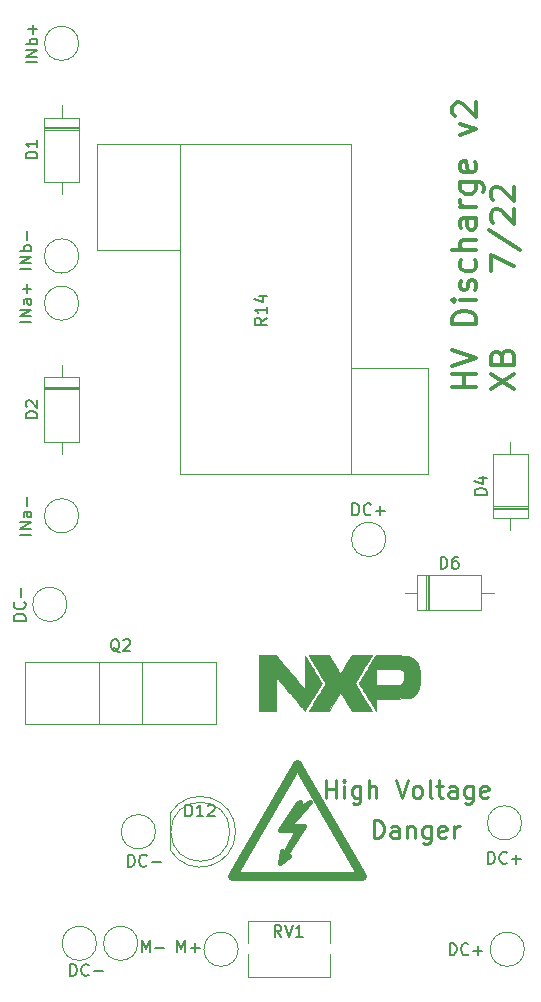
<source format=gbr>
%TF.GenerationSoftware,KiCad,Pcbnew,(6.0.2)*%
%TF.CreationDate,2022-08-02T15:31:11+02:00*%
%TF.ProjectId,hv_discharge_v2c,68765f64-6973-4636-9861-7267655f7632,rev?*%
%TF.SameCoordinates,Original*%
%TF.FileFunction,Legend,Top*%
%TF.FilePolarity,Positive*%
%FSLAX46Y46*%
G04 Gerber Fmt 4.6, Leading zero omitted, Abs format (unit mm)*
G04 Created by KiCad (PCBNEW (6.0.2)) date 2022-08-02 15:31:11*
%MOMM*%
%LPD*%
G01*
G04 APERTURE LIST*
%ADD10C,0.250000*%
%ADD11C,0.350000*%
%ADD12C,0.150000*%
%ADD13C,0.120000*%
%ADD14C,0.010000*%
%ADD15C,0.381000*%
%ADD16C,0.750000*%
%ADD17C,3.200000*%
%ADD18C,2.500000*%
%ADD19C,0.500000*%
%ADD20R,2.200000X2.200000*%
%ADD21O,2.200000X2.200000*%
%ADD22R,1.800000X1.800000*%
%ADD23C,1.800000*%
%ADD24R,2.500000X4.500000*%
%ADD25O,2.500000X4.500000*%
%ADD26C,3.300000*%
%ADD27C,3.600000*%
%ADD28O,3.000000X3.000000*%
%ADD29C,1.440000*%
G04 APERTURE END LIST*
D10*
X131408928Y-172278571D02*
X131408928Y-170778571D01*
X131766071Y-170778571D01*
X131980357Y-170850000D01*
X132123214Y-170992857D01*
X132194642Y-171135714D01*
X132266071Y-171421428D01*
X132266071Y-171635714D01*
X132194642Y-171921428D01*
X132123214Y-172064285D01*
X131980357Y-172207142D01*
X131766071Y-172278571D01*
X131408928Y-172278571D01*
X133551785Y-172278571D02*
X133551785Y-171492857D01*
X133480357Y-171350000D01*
X133337500Y-171278571D01*
X133051785Y-171278571D01*
X132908928Y-171350000D01*
X133551785Y-172207142D02*
X133408928Y-172278571D01*
X133051785Y-172278571D01*
X132908928Y-172207142D01*
X132837500Y-172064285D01*
X132837500Y-171921428D01*
X132908928Y-171778571D01*
X133051785Y-171707142D01*
X133408928Y-171707142D01*
X133551785Y-171635714D01*
X134266071Y-171278571D02*
X134266071Y-172278571D01*
X134266071Y-171421428D02*
X134337500Y-171350000D01*
X134480357Y-171278571D01*
X134694642Y-171278571D01*
X134837500Y-171350000D01*
X134908928Y-171492857D01*
X134908928Y-172278571D01*
X136266071Y-171278571D02*
X136266071Y-172492857D01*
X136194642Y-172635714D01*
X136123214Y-172707142D01*
X135980357Y-172778571D01*
X135766071Y-172778571D01*
X135623214Y-172707142D01*
X136266071Y-172207142D02*
X136123214Y-172278571D01*
X135837500Y-172278571D01*
X135694642Y-172207142D01*
X135623214Y-172135714D01*
X135551785Y-171992857D01*
X135551785Y-171564285D01*
X135623214Y-171421428D01*
X135694642Y-171350000D01*
X135837500Y-171278571D01*
X136123214Y-171278571D01*
X136266071Y-171350000D01*
X137551785Y-172207142D02*
X137408928Y-172278571D01*
X137123214Y-172278571D01*
X136980357Y-172207142D01*
X136908928Y-172064285D01*
X136908928Y-171492857D01*
X136980357Y-171350000D01*
X137123214Y-171278571D01*
X137408928Y-171278571D01*
X137551785Y-171350000D01*
X137623214Y-171492857D01*
X137623214Y-171635714D01*
X136908928Y-171778571D01*
X138266071Y-172278571D02*
X138266071Y-171278571D01*
X138266071Y-171564285D02*
X138337500Y-171421428D01*
X138408928Y-171350000D01*
X138551785Y-171278571D01*
X138694642Y-171278571D01*
X127366071Y-168878571D02*
X127366071Y-167378571D01*
X127366071Y-168092857D02*
X128223214Y-168092857D01*
X128223214Y-168878571D02*
X128223214Y-167378571D01*
X128937500Y-168878571D02*
X128937500Y-167878571D01*
X128937500Y-167378571D02*
X128866071Y-167450000D01*
X128937500Y-167521428D01*
X129008928Y-167450000D01*
X128937500Y-167378571D01*
X128937500Y-167521428D01*
X130294642Y-167878571D02*
X130294642Y-169092857D01*
X130223214Y-169235714D01*
X130151785Y-169307142D01*
X130008928Y-169378571D01*
X129794642Y-169378571D01*
X129651785Y-169307142D01*
X130294642Y-168807142D02*
X130151785Y-168878571D01*
X129866071Y-168878571D01*
X129723214Y-168807142D01*
X129651785Y-168735714D01*
X129580357Y-168592857D01*
X129580357Y-168164285D01*
X129651785Y-168021428D01*
X129723214Y-167950000D01*
X129866071Y-167878571D01*
X130151785Y-167878571D01*
X130294642Y-167950000D01*
X131008928Y-168878571D02*
X131008928Y-167378571D01*
X131651785Y-168878571D02*
X131651785Y-168092857D01*
X131580357Y-167950000D01*
X131437500Y-167878571D01*
X131223214Y-167878571D01*
X131080357Y-167950000D01*
X131008928Y-168021428D01*
X133294642Y-167378571D02*
X133794642Y-168878571D01*
X134294642Y-167378571D01*
X135008928Y-168878571D02*
X134866071Y-168807142D01*
X134794642Y-168735714D01*
X134723214Y-168592857D01*
X134723214Y-168164285D01*
X134794642Y-168021428D01*
X134866071Y-167950000D01*
X135008928Y-167878571D01*
X135223214Y-167878571D01*
X135366071Y-167950000D01*
X135437500Y-168021428D01*
X135508928Y-168164285D01*
X135508928Y-168592857D01*
X135437500Y-168735714D01*
X135366071Y-168807142D01*
X135223214Y-168878571D01*
X135008928Y-168878571D01*
X136366071Y-168878571D02*
X136223214Y-168807142D01*
X136151785Y-168664285D01*
X136151785Y-167378571D01*
X136723214Y-167878571D02*
X137294642Y-167878571D01*
X136937500Y-167378571D02*
X136937500Y-168664285D01*
X137008928Y-168807142D01*
X137151785Y-168878571D01*
X137294642Y-168878571D01*
X138437500Y-168878571D02*
X138437500Y-168092857D01*
X138366071Y-167950000D01*
X138223214Y-167878571D01*
X137937500Y-167878571D01*
X137794642Y-167950000D01*
X138437500Y-168807142D02*
X138294642Y-168878571D01*
X137937500Y-168878571D01*
X137794642Y-168807142D01*
X137723214Y-168664285D01*
X137723214Y-168521428D01*
X137794642Y-168378571D01*
X137937500Y-168307142D01*
X138294642Y-168307142D01*
X138437500Y-168235714D01*
X139794642Y-167878571D02*
X139794642Y-169092857D01*
X139723214Y-169235714D01*
X139651785Y-169307142D01*
X139508928Y-169378571D01*
X139294642Y-169378571D01*
X139151785Y-169307142D01*
X139794642Y-168807142D02*
X139651785Y-168878571D01*
X139366071Y-168878571D01*
X139223214Y-168807142D01*
X139151785Y-168735714D01*
X139080357Y-168592857D01*
X139080357Y-168164285D01*
X139151785Y-168021428D01*
X139223214Y-167950000D01*
X139366071Y-167878571D01*
X139651785Y-167878571D01*
X139794642Y-167950000D01*
X141080357Y-168807142D02*
X140937500Y-168878571D01*
X140651785Y-168878571D01*
X140508928Y-168807142D01*
X140437500Y-168664285D01*
X140437500Y-168092857D01*
X140508928Y-167950000D01*
X140651785Y-167878571D01*
X140937500Y-167878571D01*
X141080357Y-167950000D01*
X141151785Y-168092857D01*
X141151785Y-168235714D01*
X140437500Y-168378571D01*
D11*
X140094761Y-134096309D02*
X138094761Y-134096309D01*
X139047142Y-134096309D02*
X139047142Y-132953452D01*
X140094761Y-132953452D02*
X138094761Y-132953452D01*
X138094761Y-132286785D02*
X140094761Y-131620119D01*
X138094761Y-130953452D01*
X140094761Y-128762976D02*
X138094761Y-128762976D01*
X138094761Y-128286785D01*
X138190000Y-128001071D01*
X138380476Y-127810595D01*
X138570952Y-127715357D01*
X138951904Y-127620119D01*
X139237619Y-127620119D01*
X139618571Y-127715357D01*
X139809047Y-127810595D01*
X139999523Y-128001071D01*
X140094761Y-128286785D01*
X140094761Y-128762976D01*
X140094761Y-126762976D02*
X138761428Y-126762976D01*
X138094761Y-126762976D02*
X138190000Y-126858214D01*
X138285238Y-126762976D01*
X138190000Y-126667738D01*
X138094761Y-126762976D01*
X138285238Y-126762976D01*
X139999523Y-125905833D02*
X140094761Y-125715357D01*
X140094761Y-125334404D01*
X139999523Y-125143928D01*
X139809047Y-125048690D01*
X139713809Y-125048690D01*
X139523333Y-125143928D01*
X139428095Y-125334404D01*
X139428095Y-125620119D01*
X139332857Y-125810595D01*
X139142380Y-125905833D01*
X139047142Y-125905833D01*
X138856666Y-125810595D01*
X138761428Y-125620119D01*
X138761428Y-125334404D01*
X138856666Y-125143928D01*
X139999523Y-123334404D02*
X140094761Y-123524880D01*
X140094761Y-123905833D01*
X139999523Y-124096309D01*
X139904285Y-124191547D01*
X139713809Y-124286785D01*
X139142380Y-124286785D01*
X138951904Y-124191547D01*
X138856666Y-124096309D01*
X138761428Y-123905833D01*
X138761428Y-123524880D01*
X138856666Y-123334404D01*
X140094761Y-122477261D02*
X138094761Y-122477261D01*
X140094761Y-121620119D02*
X139047142Y-121620119D01*
X138856666Y-121715357D01*
X138761428Y-121905833D01*
X138761428Y-122191547D01*
X138856666Y-122382023D01*
X138951904Y-122477261D01*
X140094761Y-119810595D02*
X139047142Y-119810595D01*
X138856666Y-119905833D01*
X138761428Y-120096309D01*
X138761428Y-120477261D01*
X138856666Y-120667738D01*
X139999523Y-119810595D02*
X140094761Y-120001071D01*
X140094761Y-120477261D01*
X139999523Y-120667738D01*
X139809047Y-120762976D01*
X139618571Y-120762976D01*
X139428095Y-120667738D01*
X139332857Y-120477261D01*
X139332857Y-120001071D01*
X139237619Y-119810595D01*
X140094761Y-118858214D02*
X138761428Y-118858214D01*
X139142380Y-118858214D02*
X138951904Y-118762976D01*
X138856666Y-118667738D01*
X138761428Y-118477261D01*
X138761428Y-118286785D01*
X138761428Y-116762976D02*
X140380476Y-116762976D01*
X140570952Y-116858214D01*
X140666190Y-116953452D01*
X140761428Y-117143928D01*
X140761428Y-117429642D01*
X140666190Y-117620119D01*
X139999523Y-116762976D02*
X140094761Y-116953452D01*
X140094761Y-117334404D01*
X139999523Y-117524880D01*
X139904285Y-117620119D01*
X139713809Y-117715357D01*
X139142380Y-117715357D01*
X138951904Y-117620119D01*
X138856666Y-117524880D01*
X138761428Y-117334404D01*
X138761428Y-116953452D01*
X138856666Y-116762976D01*
X139999523Y-115048690D02*
X140094761Y-115239166D01*
X140094761Y-115620119D01*
X139999523Y-115810595D01*
X139809047Y-115905833D01*
X139047142Y-115905833D01*
X138856666Y-115810595D01*
X138761428Y-115620119D01*
X138761428Y-115239166D01*
X138856666Y-115048690D01*
X139047142Y-114953452D01*
X139237619Y-114953452D01*
X139428095Y-115905833D01*
X138761428Y-112762976D02*
X140094761Y-112286785D01*
X138761428Y-111810595D01*
X138285238Y-111143928D02*
X138190000Y-111048690D01*
X138094761Y-110858214D01*
X138094761Y-110382023D01*
X138190000Y-110191547D01*
X138285238Y-110096309D01*
X138475714Y-110001071D01*
X138666190Y-110001071D01*
X138951904Y-110096309D01*
X140094761Y-111239166D01*
X140094761Y-110001071D01*
X141314761Y-134286785D02*
X143314761Y-132953452D01*
X141314761Y-132953452D02*
X143314761Y-134286785D01*
X142267142Y-131524880D02*
X142362380Y-131239166D01*
X142457619Y-131143928D01*
X142648095Y-131048690D01*
X142933809Y-131048690D01*
X143124285Y-131143928D01*
X143219523Y-131239166D01*
X143314761Y-131429642D01*
X143314761Y-132191547D01*
X141314761Y-132191547D01*
X141314761Y-131524880D01*
X141410000Y-131334404D01*
X141505238Y-131239166D01*
X141695714Y-131143928D01*
X141886190Y-131143928D01*
X142076666Y-131239166D01*
X142171904Y-131334404D01*
X142267142Y-131524880D01*
X142267142Y-132191547D01*
X141314761Y-124286785D02*
X141314761Y-122953452D01*
X143314761Y-123810595D01*
X141219523Y-120762976D02*
X143790952Y-122477261D01*
X141505238Y-120191547D02*
X141410000Y-120096309D01*
X141314761Y-119905833D01*
X141314761Y-119429642D01*
X141410000Y-119239166D01*
X141505238Y-119143928D01*
X141695714Y-119048690D01*
X141886190Y-119048690D01*
X142171904Y-119143928D01*
X143314761Y-120286785D01*
X143314761Y-119048690D01*
X141505238Y-118286785D02*
X141410000Y-118191547D01*
X141314761Y-118001071D01*
X141314761Y-117524880D01*
X141410000Y-117334404D01*
X141505238Y-117239166D01*
X141695714Y-117143928D01*
X141886190Y-117143928D01*
X142171904Y-117239166D01*
X143314761Y-118382023D01*
X143314761Y-117143928D01*
D12*
%TO.C,J3*%
X102952380Y-106595238D02*
X101952380Y-106595238D01*
X102952380Y-106119047D02*
X101952380Y-106119047D01*
X102952380Y-105547619D01*
X101952380Y-105547619D01*
X102952380Y-105071428D02*
X101952380Y-105071428D01*
X102333333Y-105071428D02*
X102285714Y-104976190D01*
X102285714Y-104785714D01*
X102333333Y-104690476D01*
X102380952Y-104642857D01*
X102476190Y-104595238D01*
X102761904Y-104595238D01*
X102857142Y-104642857D01*
X102904761Y-104690476D01*
X102952380Y-104785714D01*
X102952380Y-104976190D01*
X102904761Y-105071428D01*
X102571428Y-104166666D02*
X102571428Y-103404761D01*
X102952380Y-103785714D02*
X102190476Y-103785714D01*
%TO.C,J6*%
X101952380Y-153880952D02*
X100952380Y-153880952D01*
X100952380Y-153642857D01*
X101000000Y-153500000D01*
X101095238Y-153404761D01*
X101190476Y-153357142D01*
X101380952Y-153309523D01*
X101523809Y-153309523D01*
X101714285Y-153357142D01*
X101809523Y-153404761D01*
X101904761Y-153500000D01*
X101952380Y-153642857D01*
X101952380Y-153880952D01*
X101857142Y-152309523D02*
X101904761Y-152357142D01*
X101952380Y-152500000D01*
X101952380Y-152595238D01*
X101904761Y-152738095D01*
X101809523Y-152833333D01*
X101714285Y-152880952D01*
X101523809Y-152928571D01*
X101380952Y-152928571D01*
X101190476Y-152880952D01*
X101095238Y-152833333D01*
X101000000Y-152738095D01*
X100952380Y-152595238D01*
X100952380Y-152500000D01*
X101000000Y-152357142D01*
X101047619Y-152309523D01*
X101571428Y-151880952D02*
X101571428Y-151119047D01*
%TO.C,D4*%
X140982380Y-143238095D02*
X139982380Y-143238095D01*
X139982380Y-143000000D01*
X140030000Y-142857142D01*
X140125238Y-142761904D01*
X140220476Y-142714285D01*
X140410952Y-142666666D01*
X140553809Y-142666666D01*
X140744285Y-142714285D01*
X140839523Y-142761904D01*
X140934761Y-142857142D01*
X140982380Y-143000000D01*
X140982380Y-143238095D01*
X140315714Y-141809523D02*
X140982380Y-141809523D01*
X139934761Y-142047619D02*
X140649047Y-142285714D01*
X140649047Y-141666666D01*
%TO.C,J1*%
X102452380Y-124095238D02*
X101452380Y-124095238D01*
X102452380Y-123619047D02*
X101452380Y-123619047D01*
X102452380Y-123047619D01*
X101452380Y-123047619D01*
X102452380Y-122571428D02*
X101452380Y-122571428D01*
X101833333Y-122571428D02*
X101785714Y-122476190D01*
X101785714Y-122285714D01*
X101833333Y-122190476D01*
X101880952Y-122142857D01*
X101976190Y-122095238D01*
X102261904Y-122095238D01*
X102357142Y-122142857D01*
X102404761Y-122190476D01*
X102452380Y-122285714D01*
X102452380Y-122476190D01*
X102404761Y-122571428D01*
X102071428Y-121666666D02*
X102071428Y-120904761D01*
%TO.C,D2*%
X102952380Y-136738095D02*
X101952380Y-136738095D01*
X101952380Y-136500000D01*
X102000000Y-136357142D01*
X102095238Y-136261904D01*
X102190476Y-136214285D01*
X102380952Y-136166666D01*
X102523809Y-136166666D01*
X102714285Y-136214285D01*
X102809523Y-136261904D01*
X102904761Y-136357142D01*
X102952380Y-136500000D01*
X102952380Y-136738095D01*
X102047619Y-135785714D02*
X102000000Y-135738095D01*
X101952380Y-135642857D01*
X101952380Y-135404761D01*
X102000000Y-135309523D01*
X102047619Y-135261904D01*
X102142857Y-135214285D01*
X102238095Y-135214285D01*
X102380952Y-135261904D01*
X102952380Y-135833333D01*
X102952380Y-135214285D01*
%TO.C,D12*%
X115485714Y-170452380D02*
X115485714Y-169452380D01*
X115723809Y-169452380D01*
X115866666Y-169500000D01*
X115961904Y-169595238D01*
X116009523Y-169690476D01*
X116057142Y-169880952D01*
X116057142Y-170023809D01*
X116009523Y-170214285D01*
X115961904Y-170309523D01*
X115866666Y-170404761D01*
X115723809Y-170452380D01*
X115485714Y-170452380D01*
X117009523Y-170452380D02*
X116438095Y-170452380D01*
X116723809Y-170452380D02*
X116723809Y-169452380D01*
X116628571Y-169595238D01*
X116533333Y-169690476D01*
X116438095Y-169738095D01*
X117390476Y-169547619D02*
X117438095Y-169500000D01*
X117533333Y-169452380D01*
X117771428Y-169452380D01*
X117866666Y-169500000D01*
X117914285Y-169547619D01*
X117961904Y-169642857D01*
X117961904Y-169738095D01*
X117914285Y-169880952D01*
X117342857Y-170452380D01*
X117961904Y-170452380D01*
%TO.C,J12*%
X137869047Y-182202380D02*
X137869047Y-181202380D01*
X138107142Y-181202380D01*
X138250000Y-181250000D01*
X138345238Y-181345238D01*
X138392857Y-181440476D01*
X138440476Y-181630952D01*
X138440476Y-181773809D01*
X138392857Y-181964285D01*
X138345238Y-182059523D01*
X138250000Y-182154761D01*
X138107142Y-182202380D01*
X137869047Y-182202380D01*
X139440476Y-182107142D02*
X139392857Y-182154761D01*
X139250000Y-182202380D01*
X139154761Y-182202380D01*
X139011904Y-182154761D01*
X138916666Y-182059523D01*
X138869047Y-181964285D01*
X138821428Y-181773809D01*
X138821428Y-181630952D01*
X138869047Y-181440476D01*
X138916666Y-181345238D01*
X139011904Y-181250000D01*
X139154761Y-181202380D01*
X139250000Y-181202380D01*
X139392857Y-181250000D01*
X139440476Y-181297619D01*
X139869047Y-181821428D02*
X140630952Y-181821428D01*
X140250000Y-182202380D02*
X140250000Y-181440476D01*
%TO.C,Q2*%
X109904761Y-156547619D02*
X109809523Y-156500000D01*
X109714285Y-156404761D01*
X109571428Y-156261904D01*
X109476190Y-156214285D01*
X109380952Y-156214285D01*
X109428571Y-156452380D02*
X109333333Y-156404761D01*
X109238095Y-156309523D01*
X109190476Y-156119047D01*
X109190476Y-155785714D01*
X109238095Y-155595238D01*
X109333333Y-155500000D01*
X109428571Y-155452380D01*
X109619047Y-155452380D01*
X109714285Y-155500000D01*
X109809523Y-155595238D01*
X109857142Y-155785714D01*
X109857142Y-156119047D01*
X109809523Y-156309523D01*
X109714285Y-156404761D01*
X109619047Y-156452380D01*
X109428571Y-156452380D01*
X110238095Y-155547619D02*
X110285714Y-155500000D01*
X110380952Y-155452380D01*
X110619047Y-155452380D01*
X110714285Y-155500000D01*
X110761904Y-155547619D01*
X110809523Y-155642857D01*
X110809523Y-155738095D01*
X110761904Y-155880952D01*
X110190476Y-156452380D01*
X110809523Y-156452380D01*
%TO.C,R14*%
X122352380Y-128242857D02*
X121876190Y-128576190D01*
X122352380Y-128814285D02*
X121352380Y-128814285D01*
X121352380Y-128433333D01*
X121400000Y-128338095D01*
X121447619Y-128290476D01*
X121542857Y-128242857D01*
X121685714Y-128242857D01*
X121780952Y-128290476D01*
X121828571Y-128338095D01*
X121876190Y-128433333D01*
X121876190Y-128814285D01*
X122352380Y-127290476D02*
X122352380Y-127861904D01*
X122352380Y-127576190D02*
X121352380Y-127576190D01*
X121495238Y-127671428D01*
X121590476Y-127766666D01*
X121638095Y-127861904D01*
X121685714Y-126433333D02*
X122352380Y-126433333D01*
X121304761Y-126671428D02*
X122019047Y-126909523D01*
X122019047Y-126290476D01*
%TO.C,J2*%
X102452380Y-128595238D02*
X101452380Y-128595238D01*
X102452380Y-128119047D02*
X101452380Y-128119047D01*
X102452380Y-127547619D01*
X101452380Y-127547619D01*
X102452380Y-126642857D02*
X101928571Y-126642857D01*
X101833333Y-126690476D01*
X101785714Y-126785714D01*
X101785714Y-126976190D01*
X101833333Y-127071428D01*
X102404761Y-126642857D02*
X102452380Y-126738095D01*
X102452380Y-126976190D01*
X102404761Y-127071428D01*
X102309523Y-127119047D01*
X102214285Y-127119047D01*
X102119047Y-127071428D01*
X102071428Y-126976190D01*
X102071428Y-126738095D01*
X102023809Y-126642857D01*
X102071428Y-126166666D02*
X102071428Y-125404761D01*
X102452380Y-125785714D02*
X101690476Y-125785714D01*
%TO.C,J5*%
X129619047Y-144952380D02*
X129619047Y-143952380D01*
X129857142Y-143952380D01*
X130000000Y-144000000D01*
X130095238Y-144095238D01*
X130142857Y-144190476D01*
X130190476Y-144380952D01*
X130190476Y-144523809D01*
X130142857Y-144714285D01*
X130095238Y-144809523D01*
X130000000Y-144904761D01*
X129857142Y-144952380D01*
X129619047Y-144952380D01*
X131190476Y-144857142D02*
X131142857Y-144904761D01*
X131000000Y-144952380D01*
X130904761Y-144952380D01*
X130761904Y-144904761D01*
X130666666Y-144809523D01*
X130619047Y-144714285D01*
X130571428Y-144523809D01*
X130571428Y-144380952D01*
X130619047Y-144190476D01*
X130666666Y-144095238D01*
X130761904Y-144000000D01*
X130904761Y-143952380D01*
X131000000Y-143952380D01*
X131142857Y-144000000D01*
X131190476Y-144047619D01*
X131619047Y-144571428D02*
X132380952Y-144571428D01*
X132000000Y-144952380D02*
X132000000Y-144190476D01*
%TO.C,J11*%
X105719047Y-183952380D02*
X105719047Y-182952380D01*
X105957142Y-182952380D01*
X106100000Y-183000000D01*
X106195238Y-183095238D01*
X106242857Y-183190476D01*
X106290476Y-183380952D01*
X106290476Y-183523809D01*
X106242857Y-183714285D01*
X106195238Y-183809523D01*
X106100000Y-183904761D01*
X105957142Y-183952380D01*
X105719047Y-183952380D01*
X107290476Y-183857142D02*
X107242857Y-183904761D01*
X107100000Y-183952380D01*
X107004761Y-183952380D01*
X106861904Y-183904761D01*
X106766666Y-183809523D01*
X106719047Y-183714285D01*
X106671428Y-183523809D01*
X106671428Y-183380952D01*
X106719047Y-183190476D01*
X106766666Y-183095238D01*
X106861904Y-183000000D01*
X107004761Y-182952380D01*
X107100000Y-182952380D01*
X107242857Y-183000000D01*
X107290476Y-183047619D01*
X107719047Y-183571428D02*
X108480952Y-183571428D01*
%TO.C,D6*%
X137091904Y-149482380D02*
X137091904Y-148482380D01*
X137330000Y-148482380D01*
X137472857Y-148530000D01*
X137568095Y-148625238D01*
X137615714Y-148720476D01*
X137663333Y-148910952D01*
X137663333Y-149053809D01*
X137615714Y-149244285D01*
X137568095Y-149339523D01*
X137472857Y-149434761D01*
X137330000Y-149482380D01*
X137091904Y-149482380D01*
X138520476Y-148482380D02*
X138330000Y-148482380D01*
X138234761Y-148530000D01*
X138187142Y-148577619D01*
X138091904Y-148720476D01*
X138044285Y-148910952D01*
X138044285Y-149291904D01*
X138091904Y-149387142D01*
X138139523Y-149434761D01*
X138234761Y-149482380D01*
X138425238Y-149482380D01*
X138520476Y-149434761D01*
X138568095Y-149387142D01*
X138615714Y-149291904D01*
X138615714Y-149053809D01*
X138568095Y-148958571D01*
X138520476Y-148910952D01*
X138425238Y-148863333D01*
X138234761Y-148863333D01*
X138139523Y-148910952D01*
X138091904Y-148958571D01*
X138044285Y-149053809D01*
%TO.C,J7*%
X111797619Y-181952380D02*
X111797619Y-180952380D01*
X112130952Y-181666666D01*
X112464285Y-180952380D01*
X112464285Y-181952380D01*
X112940476Y-181571428D02*
X113702380Y-181571428D01*
%TO.C,D1*%
X102952380Y-114738095D02*
X101952380Y-114738095D01*
X101952380Y-114500000D01*
X102000000Y-114357142D01*
X102095238Y-114261904D01*
X102190476Y-114214285D01*
X102380952Y-114166666D01*
X102523809Y-114166666D01*
X102714285Y-114214285D01*
X102809523Y-114261904D01*
X102904761Y-114357142D01*
X102952380Y-114500000D01*
X102952380Y-114738095D01*
X102952380Y-113214285D02*
X102952380Y-113785714D01*
X102952380Y-113500000D02*
X101952380Y-113500000D01*
X102095238Y-113595238D01*
X102190476Y-113690476D01*
X102238095Y-113785714D01*
%TO.C,J4*%
X102452380Y-146595238D02*
X101452380Y-146595238D01*
X102452380Y-146119047D02*
X101452380Y-146119047D01*
X102452380Y-145547619D01*
X101452380Y-145547619D01*
X102452380Y-144642857D02*
X101928571Y-144642857D01*
X101833333Y-144690476D01*
X101785714Y-144785714D01*
X101785714Y-144976190D01*
X101833333Y-145071428D01*
X102404761Y-144642857D02*
X102452380Y-144738095D01*
X102452380Y-144976190D01*
X102404761Y-145071428D01*
X102309523Y-145119047D01*
X102214285Y-145119047D01*
X102119047Y-145071428D01*
X102071428Y-144976190D01*
X102071428Y-144738095D01*
X102023809Y-144642857D01*
X102071428Y-144166666D02*
X102071428Y-143404761D01*
%TO.C,J8*%
X114797619Y-181952380D02*
X114797619Y-180952380D01*
X115130952Y-181666666D01*
X115464285Y-180952380D01*
X115464285Y-181952380D01*
X115940476Y-181571428D02*
X116702380Y-181571428D01*
X116321428Y-181952380D02*
X116321428Y-181190476D01*
%TO.C,RV1*%
X123604761Y-180652380D02*
X123271428Y-180176190D01*
X123033333Y-180652380D02*
X123033333Y-179652380D01*
X123414285Y-179652380D01*
X123509523Y-179700000D01*
X123557142Y-179747619D01*
X123604761Y-179842857D01*
X123604761Y-179985714D01*
X123557142Y-180080952D01*
X123509523Y-180128571D01*
X123414285Y-180176190D01*
X123033333Y-180176190D01*
X123890476Y-179652380D02*
X124223809Y-180652380D01*
X124557142Y-179652380D01*
X125414285Y-180652380D02*
X124842857Y-180652380D01*
X125128571Y-180652380D02*
X125128571Y-179652380D01*
X125033333Y-179795238D01*
X124938095Y-179890476D01*
X124842857Y-179938095D01*
%TO.C,J9*%
X141119047Y-174452380D02*
X141119047Y-173452380D01*
X141357142Y-173452380D01*
X141500000Y-173500000D01*
X141595238Y-173595238D01*
X141642857Y-173690476D01*
X141690476Y-173880952D01*
X141690476Y-174023809D01*
X141642857Y-174214285D01*
X141595238Y-174309523D01*
X141500000Y-174404761D01*
X141357142Y-174452380D01*
X141119047Y-174452380D01*
X142690476Y-174357142D02*
X142642857Y-174404761D01*
X142500000Y-174452380D01*
X142404761Y-174452380D01*
X142261904Y-174404761D01*
X142166666Y-174309523D01*
X142119047Y-174214285D01*
X142071428Y-174023809D01*
X142071428Y-173880952D01*
X142119047Y-173690476D01*
X142166666Y-173595238D01*
X142261904Y-173500000D01*
X142404761Y-173452380D01*
X142500000Y-173452380D01*
X142642857Y-173500000D01*
X142690476Y-173547619D01*
X143119047Y-174071428D02*
X143880952Y-174071428D01*
X143500000Y-174452380D02*
X143500000Y-173690476D01*
%TO.C,J10*%
X110619047Y-174702380D02*
X110619047Y-173702380D01*
X110857142Y-173702380D01*
X111000000Y-173750000D01*
X111095238Y-173845238D01*
X111142857Y-173940476D01*
X111190476Y-174130952D01*
X111190476Y-174273809D01*
X111142857Y-174464285D01*
X111095238Y-174559523D01*
X111000000Y-174654761D01*
X110857142Y-174702380D01*
X110619047Y-174702380D01*
X112190476Y-174607142D02*
X112142857Y-174654761D01*
X112000000Y-174702380D01*
X111904761Y-174702380D01*
X111761904Y-174654761D01*
X111666666Y-174559523D01*
X111619047Y-174464285D01*
X111571428Y-174273809D01*
X111571428Y-174130952D01*
X111619047Y-173940476D01*
X111666666Y-173845238D01*
X111761904Y-173750000D01*
X111904761Y-173702380D01*
X112000000Y-173702380D01*
X112142857Y-173750000D01*
X112190476Y-173797619D01*
X112619047Y-174321428D02*
X113380952Y-174321428D01*
D13*
%TO.C,J3*%
X106450000Y-105000000D02*
G75*
G03*
X106450000Y-105000000I-1450000J0D01*
G01*
%TO.C,J6*%
X105450000Y-152500000D02*
G75*
G03*
X105450000Y-152500000I-1450000J0D01*
G01*
D14*
%TO.C,G\u002A\u002A\u002A*%
X122455423Y-156817125D02*
X123173462Y-156817942D01*
X123173462Y-156817942D02*
X123400693Y-157085779D01*
X123400693Y-157085779D02*
X123478051Y-157176861D01*
X123478051Y-157176861D02*
X123578560Y-157295040D01*
X123578560Y-157295040D02*
X123699989Y-157437699D01*
X123699989Y-157437699D02*
X123840109Y-157602223D01*
X123840109Y-157602223D02*
X123996690Y-157785996D01*
X123996690Y-157785996D02*
X124167503Y-157986401D01*
X124167503Y-157986401D02*
X124350317Y-158200823D01*
X124350317Y-158200823D02*
X124542904Y-158426644D01*
X124542904Y-158426644D02*
X124743032Y-158661250D01*
X124743032Y-158661250D02*
X124948473Y-158902024D01*
X124948473Y-158902024D02*
X125135416Y-159121066D01*
X125135416Y-159121066D02*
X125576693Y-159638056D01*
X125576693Y-159638056D02*
X125596231Y-156829344D01*
X125596231Y-156829344D02*
X125744656Y-157071941D01*
X125744656Y-157071941D02*
X125797298Y-157158072D01*
X125797298Y-157158072D02*
X125865350Y-157269554D01*
X125865350Y-157269554D02*
X125943915Y-157398353D01*
X125943915Y-157398353D02*
X126028093Y-157536436D01*
X126028093Y-157536436D02*
X126112983Y-157675770D01*
X126112983Y-157675770D02*
X126166663Y-157763923D01*
X126166663Y-157763923D02*
X126259597Y-157916575D01*
X126259597Y-157916575D02*
X126365381Y-158090336D01*
X126365381Y-158090336D02*
X126476547Y-158272937D01*
X126476547Y-158272937D02*
X126585626Y-158452111D01*
X126585626Y-158452111D02*
X126685149Y-158615588D01*
X126685149Y-158615588D02*
X126718294Y-158670031D01*
X126718294Y-158670031D02*
X126791837Y-158791175D01*
X126791837Y-158791175D02*
X126858812Y-158902151D01*
X126858812Y-158902151D02*
X126916477Y-158998365D01*
X126916477Y-158998365D02*
X126962094Y-159075225D01*
X126962094Y-159075225D02*
X126992920Y-159128136D01*
X126992920Y-159128136D02*
X127006215Y-159152504D01*
X127006215Y-159152504D02*
X127006353Y-159152845D01*
X127006353Y-159152845D02*
X127000317Y-159178366D01*
X127000317Y-159178366D02*
X126976720Y-159229769D01*
X126976720Y-159229769D02*
X126939127Y-159300063D01*
X126939127Y-159300063D02*
X126891104Y-159382255D01*
X126891104Y-159382255D02*
X126880562Y-159399506D01*
X126880562Y-159399506D02*
X126839666Y-159466149D01*
X126839666Y-159466149D02*
X126781637Y-159561026D01*
X126781637Y-159561026D02*
X126709626Y-159678972D01*
X126709626Y-159678972D02*
X126626782Y-159814818D01*
X126626782Y-159814818D02*
X126536257Y-159963400D01*
X126536257Y-159963400D02*
X126441200Y-160119550D01*
X126441200Y-160119550D02*
X126344761Y-160278102D01*
X126344761Y-160278102D02*
X126329064Y-160303923D01*
X126329064Y-160303923D02*
X126232907Y-160462068D01*
X126232907Y-160462068D02*
X126137807Y-160618400D01*
X126137807Y-160618400D02*
X126046879Y-160767802D01*
X126046879Y-160767802D02*
X125963242Y-160905156D01*
X125963242Y-160905156D02*
X125890011Y-161025342D01*
X125890011Y-161025342D02*
X125830303Y-161123244D01*
X125830303Y-161123244D02*
X125787234Y-161193744D01*
X125787234Y-161193744D02*
X125781757Y-161202692D01*
X125781757Y-161202692D02*
X125729787Y-161288087D01*
X125729787Y-161288087D02*
X125683565Y-161365008D01*
X125683565Y-161365008D02*
X125647888Y-161425405D01*
X125647888Y-161425405D02*
X125627556Y-161461228D01*
X125627556Y-161461228D02*
X125626750Y-161462764D01*
X125626750Y-161462764D02*
X125604048Y-161494303D01*
X125604048Y-161494303D02*
X125587397Y-161501841D01*
X125587397Y-161501841D02*
X125571533Y-161486082D01*
X125571533Y-161486082D02*
X125533273Y-161443828D01*
X125533273Y-161443828D02*
X125475498Y-161378385D01*
X125475498Y-161378385D02*
X125401092Y-161293060D01*
X125401092Y-161293060D02*
X125312934Y-161191158D01*
X125312934Y-161191158D02*
X125213906Y-161075985D01*
X125213906Y-161075985D02*
X125106891Y-160950848D01*
X125106891Y-160950848D02*
X125095374Y-160937342D01*
X125095374Y-160937342D02*
X124835023Y-160631981D01*
X124835023Y-160631981D02*
X124598856Y-160355057D01*
X124598856Y-160355057D02*
X124385735Y-160105247D01*
X124385735Y-160105247D02*
X124194520Y-159881228D01*
X124194520Y-159881228D02*
X124024073Y-159681675D01*
X124024073Y-159681675D02*
X123873255Y-159505265D01*
X123873255Y-159505265D02*
X123740926Y-159350674D01*
X123740926Y-159350674D02*
X123625947Y-159216579D01*
X123625947Y-159216579D02*
X123527181Y-159101656D01*
X123527181Y-159101656D02*
X123443488Y-159004581D01*
X123443488Y-159004581D02*
X123373729Y-158924030D01*
X123373729Y-158924030D02*
X123316765Y-158858680D01*
X123316765Y-158858680D02*
X123271457Y-158807207D01*
X123271457Y-158807207D02*
X123236667Y-158768287D01*
X123236667Y-158768287D02*
X123211255Y-158740597D01*
X123211255Y-158740597D02*
X123194083Y-158722813D01*
X123194083Y-158722813D02*
X123184011Y-158713610D01*
X123184011Y-158713610D02*
X123180313Y-158711538D01*
X123180313Y-158711538D02*
X123177580Y-158730561D01*
X123177580Y-158730561D02*
X123174986Y-158785567D01*
X123174986Y-158785567D02*
X123172570Y-158873463D01*
X123172570Y-158873463D02*
X123170367Y-158991155D01*
X123170367Y-158991155D02*
X123168415Y-159135550D01*
X123168415Y-159135550D02*
X123166750Y-159303554D01*
X123166750Y-159303554D02*
X123165409Y-159492073D01*
X123165409Y-159492073D02*
X123164429Y-159698015D01*
X123164429Y-159698015D02*
X123163847Y-159918285D01*
X123163847Y-159918285D02*
X123163693Y-160108538D01*
X123163693Y-160108538D02*
X123163693Y-161505538D01*
X123163693Y-161505538D02*
X121737385Y-161505538D01*
X121737385Y-161505538D02*
X121737385Y-156816308D01*
X121737385Y-156816308D02*
X122455423Y-156817125D01*
X122455423Y-156817125D02*
X122455423Y-156817125D01*
G36*
X122455423Y-156817125D02*
G01*
X123173462Y-156817942D01*
X123400693Y-157085779D01*
X123478051Y-157176861D01*
X123578560Y-157295040D01*
X123699989Y-157437699D01*
X123840109Y-157602223D01*
X123996690Y-157785996D01*
X124167503Y-157986401D01*
X124350317Y-158200823D01*
X124542904Y-158426644D01*
X124743032Y-158661250D01*
X124948473Y-158902024D01*
X125135416Y-159121066D01*
X125576693Y-159638056D01*
X125596231Y-156829344D01*
X125744656Y-157071941D01*
X125797298Y-157158072D01*
X125865350Y-157269554D01*
X125943915Y-157398353D01*
X126028093Y-157536436D01*
X126112983Y-157675770D01*
X126166663Y-157763923D01*
X126259597Y-157916575D01*
X126365381Y-158090336D01*
X126476547Y-158272937D01*
X126585626Y-158452111D01*
X126685149Y-158615588D01*
X126718294Y-158670031D01*
X126791837Y-158791175D01*
X126858812Y-158902151D01*
X126916477Y-158998365D01*
X126962094Y-159075225D01*
X126992920Y-159128136D01*
X127006215Y-159152504D01*
X127006353Y-159152845D01*
X127000317Y-159178366D01*
X126976720Y-159229769D01*
X126939127Y-159300063D01*
X126891104Y-159382255D01*
X126880562Y-159399506D01*
X126839666Y-159466149D01*
X126781637Y-159561026D01*
X126709626Y-159678972D01*
X126626782Y-159814818D01*
X126536257Y-159963400D01*
X126441200Y-160119550D01*
X126344761Y-160278102D01*
X126329064Y-160303923D01*
X126232907Y-160462068D01*
X126137807Y-160618400D01*
X126046879Y-160767802D01*
X125963242Y-160905156D01*
X125890011Y-161025342D01*
X125830303Y-161123244D01*
X125787234Y-161193744D01*
X125781757Y-161202692D01*
X125729787Y-161288087D01*
X125683565Y-161365008D01*
X125647888Y-161425405D01*
X125627556Y-161461228D01*
X125626750Y-161462764D01*
X125604048Y-161494303D01*
X125587397Y-161501841D01*
X125571533Y-161486082D01*
X125533273Y-161443828D01*
X125475498Y-161378385D01*
X125401092Y-161293060D01*
X125312934Y-161191158D01*
X125213906Y-161075985D01*
X125106891Y-160950848D01*
X125095374Y-160937342D01*
X124835023Y-160631981D01*
X124598856Y-160355057D01*
X124385735Y-160105247D01*
X124194520Y-159881228D01*
X124024073Y-159681675D01*
X123873255Y-159505265D01*
X123740926Y-159350674D01*
X123625947Y-159216579D01*
X123527181Y-159101656D01*
X123443488Y-159004581D01*
X123373729Y-158924030D01*
X123316765Y-158858680D01*
X123271457Y-158807207D01*
X123236667Y-158768287D01*
X123211255Y-158740597D01*
X123194083Y-158722813D01*
X123184011Y-158713610D01*
X123180313Y-158711538D01*
X123177580Y-158730561D01*
X123174986Y-158785567D01*
X123172570Y-158873463D01*
X123170367Y-158991155D01*
X123168415Y-159135550D01*
X123166750Y-159303554D01*
X123165409Y-159492073D01*
X123164429Y-159698015D01*
X123163847Y-159918285D01*
X123163693Y-160108538D01*
X123163693Y-161505538D01*
X121737385Y-161505538D01*
X121737385Y-156816308D01*
X122455423Y-156817125D01*
G37*
X122455423Y-156817125D02*
X123173462Y-156817942D01*
X123400693Y-157085779D01*
X123478051Y-157176861D01*
X123578560Y-157295040D01*
X123699989Y-157437699D01*
X123840109Y-157602223D01*
X123996690Y-157785996D01*
X124167503Y-157986401D01*
X124350317Y-158200823D01*
X124542904Y-158426644D01*
X124743032Y-158661250D01*
X124948473Y-158902024D01*
X125135416Y-159121066D01*
X125576693Y-159638056D01*
X125596231Y-156829344D01*
X125744656Y-157071941D01*
X125797298Y-157158072D01*
X125865350Y-157269554D01*
X125943915Y-157398353D01*
X126028093Y-157536436D01*
X126112983Y-157675770D01*
X126166663Y-157763923D01*
X126259597Y-157916575D01*
X126365381Y-158090336D01*
X126476547Y-158272937D01*
X126585626Y-158452111D01*
X126685149Y-158615588D01*
X126718294Y-158670031D01*
X126791837Y-158791175D01*
X126858812Y-158902151D01*
X126916477Y-158998365D01*
X126962094Y-159075225D01*
X126992920Y-159128136D01*
X127006215Y-159152504D01*
X127006353Y-159152845D01*
X127000317Y-159178366D01*
X126976720Y-159229769D01*
X126939127Y-159300063D01*
X126891104Y-159382255D01*
X126880562Y-159399506D01*
X126839666Y-159466149D01*
X126781637Y-159561026D01*
X126709626Y-159678972D01*
X126626782Y-159814818D01*
X126536257Y-159963400D01*
X126441200Y-160119550D01*
X126344761Y-160278102D01*
X126329064Y-160303923D01*
X126232907Y-160462068D01*
X126137807Y-160618400D01*
X126046879Y-160767802D01*
X125963242Y-160905156D01*
X125890011Y-161025342D01*
X125830303Y-161123244D01*
X125787234Y-161193744D01*
X125781757Y-161202692D01*
X125729787Y-161288087D01*
X125683565Y-161365008D01*
X125647888Y-161425405D01*
X125627556Y-161461228D01*
X125626750Y-161462764D01*
X125604048Y-161494303D01*
X125587397Y-161501841D01*
X125571533Y-161486082D01*
X125533273Y-161443828D01*
X125475498Y-161378385D01*
X125401092Y-161293060D01*
X125312934Y-161191158D01*
X125213906Y-161075985D01*
X125106891Y-160950848D01*
X125095374Y-160937342D01*
X124835023Y-160631981D01*
X124598856Y-160355057D01*
X124385735Y-160105247D01*
X124194520Y-159881228D01*
X124024073Y-159681675D01*
X123873255Y-159505265D01*
X123740926Y-159350674D01*
X123625947Y-159216579D01*
X123527181Y-159101656D01*
X123443488Y-159004581D01*
X123373729Y-158924030D01*
X123316765Y-158858680D01*
X123271457Y-158807207D01*
X123236667Y-158768287D01*
X123211255Y-158740597D01*
X123194083Y-158722813D01*
X123184011Y-158713610D01*
X123180313Y-158711538D01*
X123177580Y-158730561D01*
X123174986Y-158785567D01*
X123172570Y-158873463D01*
X123170367Y-158991155D01*
X123168415Y-159135550D01*
X123166750Y-159303554D01*
X123165409Y-159492073D01*
X123164429Y-159698015D01*
X123163847Y-159918285D01*
X123163693Y-160108538D01*
X123163693Y-161505538D01*
X121737385Y-161505538D01*
X121737385Y-156816308D01*
X122455423Y-156817125D01*
X127817724Y-157114269D02*
X127879828Y-157214966D01*
X127879828Y-157214966D02*
X127957186Y-157340408D01*
X127957186Y-157340408D02*
X128044545Y-157482075D01*
X128044545Y-157482075D02*
X128136652Y-157631449D01*
X128136652Y-157631449D02*
X128228254Y-157780011D01*
X128228254Y-157780011D02*
X128293559Y-157885929D01*
X128293559Y-157885929D02*
X128369055Y-158007735D01*
X128369055Y-158007735D02*
X128438128Y-158117950D01*
X128438128Y-158117950D02*
X128498093Y-158212384D01*
X128498093Y-158212384D02*
X128546261Y-158286849D01*
X128546261Y-158286849D02*
X128579948Y-158337155D01*
X128579948Y-158337155D02*
X128596465Y-158359114D01*
X128596465Y-158359114D02*
X128597450Y-158359737D01*
X128597450Y-158359737D02*
X128609977Y-158343701D01*
X128609977Y-158343701D02*
X128640665Y-158297923D01*
X128640665Y-158297923D02*
X128687244Y-158225974D01*
X128687244Y-158225974D02*
X128747445Y-158131422D01*
X128747445Y-158131422D02*
X128819000Y-158017838D01*
X128819000Y-158017838D02*
X128899638Y-157888790D01*
X128899638Y-157888790D02*
X128987090Y-157747848D01*
X128987090Y-157747848D02*
X129010358Y-157710192D01*
X129010358Y-157710192D02*
X129102609Y-157560778D01*
X129102609Y-157560778D02*
X129191350Y-157417071D01*
X129191350Y-157417071D02*
X129273796Y-157283581D01*
X129273796Y-157283581D02*
X129347162Y-157164816D01*
X129347162Y-157164816D02*
X129408664Y-157065283D01*
X129408664Y-157065283D02*
X129455517Y-156989490D01*
X129455517Y-156989490D02*
X129484935Y-156941947D01*
X129484935Y-156941947D02*
X129486985Y-156938638D01*
X129486985Y-156938638D02*
X129562539Y-156816738D01*
X129562539Y-156816738D02*
X130407577Y-156816523D01*
X130407577Y-156816523D02*
X130585046Y-156816681D01*
X130585046Y-156816681D02*
X130749853Y-156817222D01*
X130749853Y-156817222D02*
X130898022Y-156818103D01*
X130898022Y-156818103D02*
X131025574Y-156819282D01*
X131025574Y-156819282D02*
X131128533Y-156820718D01*
X131128533Y-156820718D02*
X131202920Y-156822368D01*
X131202920Y-156822368D02*
X131244758Y-156824190D01*
X131244758Y-156824190D02*
X131252616Y-156825430D01*
X131252616Y-156825430D02*
X131242903Y-156844899D01*
X131242903Y-156844899D02*
X131216868Y-156889478D01*
X131216868Y-156889478D02*
X131179165Y-156951309D01*
X131179165Y-156951309D02*
X131157152Y-156986622D01*
X131157152Y-156986622D02*
X131123135Y-157041399D01*
X131123135Y-157041399D02*
X131072257Y-157124112D01*
X131072257Y-157124112D02*
X131007881Y-157229258D01*
X131007881Y-157229258D02*
X130933368Y-157351333D01*
X130933368Y-157351333D02*
X130852079Y-157484837D01*
X130852079Y-157484837D02*
X130767375Y-157624266D01*
X130767375Y-157624266D02*
X130730074Y-157685769D01*
X130730074Y-157685769D02*
X130636532Y-157840001D01*
X130636532Y-157840001D02*
X130537475Y-158003171D01*
X130537475Y-158003171D02*
X130437912Y-158167037D01*
X130437912Y-158167037D02*
X130342855Y-158323355D01*
X130342855Y-158323355D02*
X130257314Y-158463885D01*
X130257314Y-158463885D02*
X130186298Y-158580383D01*
X130186298Y-158580383D02*
X130177800Y-158594308D01*
X130177800Y-158594308D02*
X130084318Y-158747509D01*
X130084318Y-158747509D02*
X130009306Y-158870835D01*
X130009306Y-158870835D02*
X129950865Y-158967761D01*
X129950865Y-158967761D02*
X129907096Y-159041760D01*
X129907096Y-159041760D02*
X129876101Y-159096305D01*
X129876101Y-159096305D02*
X129855980Y-159134872D01*
X129855980Y-159134872D02*
X129844835Y-159160933D01*
X129844835Y-159160933D02*
X129840768Y-159177964D01*
X129840768Y-159177964D02*
X129841879Y-159189436D01*
X129841879Y-159189436D02*
X129846269Y-159198825D01*
X129846269Y-159198825D02*
X129846835Y-159199818D01*
X129846835Y-159199818D02*
X129859639Y-159221127D01*
X129859639Y-159221127D02*
X129891082Y-159272994D01*
X129891082Y-159272994D02*
X129939457Y-159352615D01*
X129939457Y-159352615D02*
X130003057Y-159457185D01*
X130003057Y-159457185D02*
X130080176Y-159583899D01*
X130080176Y-159583899D02*
X130169107Y-159729954D01*
X130169107Y-159729954D02*
X130268142Y-159892545D01*
X130268142Y-159892545D02*
X130375574Y-160068868D01*
X130375574Y-160068868D02*
X130489697Y-160256119D01*
X130489697Y-160256119D02*
X130554570Y-160362538D01*
X130554570Y-160362538D02*
X131245437Y-161495769D01*
X131245437Y-161495769D02*
X130413757Y-161500868D01*
X130413757Y-161500868D02*
X130236852Y-161501769D01*
X130236852Y-161501769D02*
X130071890Y-161502253D01*
X130071890Y-161502253D02*
X129923005Y-161502336D01*
X129923005Y-161502336D02*
X129794333Y-161502030D01*
X129794333Y-161502030D02*
X129690010Y-161501350D01*
X129690010Y-161501350D02*
X129614172Y-161500311D01*
X129614172Y-161500311D02*
X129570954Y-161498925D01*
X129570954Y-161498925D02*
X129562539Y-161498001D01*
X129562539Y-161498001D02*
X129548611Y-161480205D01*
X129548611Y-161480205D02*
X129516453Y-161432395D01*
X129516453Y-161432395D02*
X129468185Y-161357920D01*
X129468185Y-161357920D02*
X129405925Y-161260126D01*
X129405925Y-161260126D02*
X129331794Y-161142360D01*
X129331794Y-161142360D02*
X129247912Y-161007969D01*
X129247912Y-161007969D02*
X129156397Y-160860300D01*
X129156397Y-160860300D02*
X129074077Y-160726656D01*
X129074077Y-160726656D02*
X128963132Y-160546330D01*
X128963132Y-160546330D02*
X128870642Y-160396804D01*
X128870642Y-160396804D02*
X128794826Y-160275453D01*
X128794826Y-160275453D02*
X128733903Y-160179651D01*
X128733903Y-160179651D02*
X128686088Y-160106770D01*
X128686088Y-160106770D02*
X128649601Y-160054184D01*
X128649601Y-160054184D02*
X128622659Y-160019267D01*
X128622659Y-160019267D02*
X128603479Y-159999393D01*
X128603479Y-159999393D02*
X128590280Y-159991933D01*
X128590280Y-159991933D02*
X128581279Y-159994263D01*
X128581279Y-159994263D02*
X128578849Y-159996831D01*
X128578849Y-159996831D02*
X128563315Y-160020089D01*
X128563315Y-160020089D02*
X128529512Y-160073054D01*
X128529512Y-160073054D02*
X128479669Y-160152161D01*
X128479669Y-160152161D02*
X128416012Y-160253848D01*
X128416012Y-160253848D02*
X128340769Y-160374550D01*
X128340769Y-160374550D02*
X128256167Y-160510703D01*
X128256167Y-160510703D02*
X128164435Y-160658745D01*
X128164435Y-160658745D02*
X128099928Y-160763077D01*
X128099928Y-160763077D02*
X127647312Y-161495769D01*
X127647312Y-161495769D02*
X126802502Y-161500861D01*
X126802502Y-161500861D02*
X126625061Y-161501705D01*
X126625061Y-161501705D02*
X126460282Y-161502052D01*
X126460282Y-161502052D02*
X126312141Y-161501926D01*
X126312141Y-161501926D02*
X126184618Y-161501351D01*
X126184618Y-161501351D02*
X126081689Y-161500351D01*
X126081689Y-161500351D02*
X126007333Y-161498949D01*
X126007333Y-161498949D02*
X125965528Y-161497168D01*
X125965528Y-161497168D02*
X125957693Y-161495841D01*
X125957693Y-161495841D02*
X125967355Y-161476753D01*
X125967355Y-161476753D02*
X125994250Y-161429653D01*
X125994250Y-161429653D02*
X126035242Y-161359879D01*
X126035242Y-161359879D02*
X126087195Y-161272766D01*
X126087195Y-161272766D02*
X126146971Y-161173651D01*
X126146971Y-161173651D02*
X126150176Y-161168364D01*
X126150176Y-161168364D02*
X126264876Y-160979375D01*
X126264876Y-160979375D02*
X126392121Y-160769932D01*
X126392121Y-160769932D02*
X126526981Y-160548139D01*
X126526981Y-160548139D02*
X126664523Y-160322099D01*
X126664523Y-160322099D02*
X126799815Y-160099916D01*
X126799815Y-160099916D02*
X126927924Y-159889694D01*
X126927924Y-159889694D02*
X127043920Y-159699537D01*
X127043920Y-159699537D02*
X127110339Y-159590769D01*
X127110339Y-159590769D02*
X127174981Y-159484700D01*
X127174981Y-159484700D02*
X127233768Y-159387726D01*
X127233768Y-159387726D02*
X127283222Y-159305628D01*
X127283222Y-159305628D02*
X127319865Y-159244182D01*
X127319865Y-159244182D02*
X127340220Y-159209167D01*
X127340220Y-159209167D02*
X127341963Y-159205971D01*
X127341963Y-159205971D02*
X127346994Y-159190210D01*
X127346994Y-159190210D02*
X127345512Y-159169020D01*
X127345512Y-159169020D02*
X127335494Y-159138431D01*
X127335494Y-159138431D02*
X127314911Y-159094470D01*
X127314911Y-159094470D02*
X127281739Y-159033168D01*
X127281739Y-159033168D02*
X127233952Y-158950554D01*
X127233952Y-158950554D02*
X127169524Y-158842655D01*
X127169524Y-158842655D02*
X127087789Y-158707740D01*
X127087789Y-158707740D02*
X126994467Y-158554255D01*
X126994467Y-158554255D02*
X126889295Y-158381260D01*
X126889295Y-158381260D02*
X126779617Y-158200838D01*
X126779617Y-158200838D02*
X126672777Y-158025071D01*
X126672777Y-158025071D02*
X126576120Y-157866041D01*
X126576120Y-157866041D02*
X126543746Y-157812769D01*
X126543746Y-157812769D02*
X126460709Y-157676217D01*
X126460709Y-157676217D02*
X126373983Y-157533747D01*
X126373983Y-157533747D02*
X126288836Y-157394003D01*
X126288836Y-157394003D02*
X126210534Y-157265629D01*
X126210534Y-157265629D02*
X126144347Y-157157268D01*
X126144347Y-157157268D02*
X126115049Y-157109385D01*
X126115049Y-157109385D02*
X126059381Y-157018473D01*
X126059381Y-157018473D02*
X126010865Y-156939213D01*
X126010865Y-156939213D02*
X125973188Y-156877634D01*
X125973188Y-156877634D02*
X125950041Y-156839765D01*
X125950041Y-156839765D02*
X125944680Y-156830961D01*
X125944680Y-156830961D02*
X125961665Y-156827894D01*
X125961665Y-156827894D02*
X126013814Y-156825045D01*
X126013814Y-156825045D02*
X126097214Y-156822482D01*
X126097214Y-156822482D02*
X126207950Y-156820273D01*
X126207950Y-156820273D02*
X126342110Y-156818487D01*
X126342110Y-156818487D02*
X126495780Y-156817191D01*
X126495780Y-156817191D02*
X126665047Y-156816454D01*
X126665047Y-156816454D02*
X126784897Y-156816308D01*
X126784897Y-156816308D02*
X127633946Y-156816308D01*
X127633946Y-156816308D02*
X127817724Y-157114269D01*
X127817724Y-157114269D02*
X127817724Y-157114269D01*
G36*
X127817724Y-157114269D02*
G01*
X127879828Y-157214966D01*
X127957186Y-157340408D01*
X128044545Y-157482075D01*
X128136652Y-157631449D01*
X128228254Y-157780011D01*
X128293559Y-157885929D01*
X128369055Y-158007735D01*
X128438128Y-158117950D01*
X128498093Y-158212384D01*
X128546261Y-158286849D01*
X128579948Y-158337155D01*
X128596465Y-158359114D01*
X128597450Y-158359737D01*
X128609977Y-158343701D01*
X128640665Y-158297923D01*
X128687244Y-158225974D01*
X128747445Y-158131422D01*
X128819000Y-158017838D01*
X128899638Y-157888790D01*
X128987090Y-157747848D01*
X129010358Y-157710192D01*
X129102609Y-157560778D01*
X129191350Y-157417071D01*
X129273796Y-157283581D01*
X129347162Y-157164816D01*
X129408664Y-157065283D01*
X129455517Y-156989490D01*
X129484935Y-156941947D01*
X129486985Y-156938638D01*
X129562539Y-156816738D01*
X130407577Y-156816523D01*
X130585046Y-156816681D01*
X130749853Y-156817222D01*
X130898022Y-156818103D01*
X131025574Y-156819282D01*
X131128533Y-156820718D01*
X131202920Y-156822368D01*
X131244758Y-156824190D01*
X131252616Y-156825430D01*
X131242903Y-156844899D01*
X131216868Y-156889478D01*
X131179165Y-156951309D01*
X131157152Y-156986622D01*
X131123135Y-157041399D01*
X131072257Y-157124112D01*
X131007881Y-157229258D01*
X130933368Y-157351333D01*
X130852079Y-157484837D01*
X130767375Y-157624266D01*
X130730074Y-157685769D01*
X130636532Y-157840001D01*
X130537475Y-158003171D01*
X130437912Y-158167037D01*
X130342855Y-158323355D01*
X130257314Y-158463885D01*
X130186298Y-158580383D01*
X130177800Y-158594308D01*
X130084318Y-158747509D01*
X130009306Y-158870835D01*
X129950865Y-158967761D01*
X129907096Y-159041760D01*
X129876101Y-159096305D01*
X129855980Y-159134872D01*
X129844835Y-159160933D01*
X129840768Y-159177964D01*
X129841879Y-159189436D01*
X129846269Y-159198825D01*
X129846835Y-159199818D01*
X129859639Y-159221127D01*
X129891082Y-159272994D01*
X129939457Y-159352615D01*
X130003057Y-159457185D01*
X130080176Y-159583899D01*
X130169107Y-159729954D01*
X130268142Y-159892545D01*
X130375574Y-160068868D01*
X130489697Y-160256119D01*
X130554570Y-160362538D01*
X131245437Y-161495769D01*
X130413757Y-161500868D01*
X130236852Y-161501769D01*
X130071890Y-161502253D01*
X129923005Y-161502336D01*
X129794333Y-161502030D01*
X129690010Y-161501350D01*
X129614172Y-161500311D01*
X129570954Y-161498925D01*
X129562539Y-161498001D01*
X129548611Y-161480205D01*
X129516453Y-161432395D01*
X129468185Y-161357920D01*
X129405925Y-161260126D01*
X129331794Y-161142360D01*
X129247912Y-161007969D01*
X129156397Y-160860300D01*
X129074077Y-160726656D01*
X128963132Y-160546330D01*
X128870642Y-160396804D01*
X128794826Y-160275453D01*
X128733903Y-160179651D01*
X128686088Y-160106770D01*
X128649601Y-160054184D01*
X128622659Y-160019267D01*
X128603479Y-159999393D01*
X128590280Y-159991933D01*
X128581279Y-159994263D01*
X128578849Y-159996831D01*
X128563315Y-160020089D01*
X128529512Y-160073054D01*
X128479669Y-160152161D01*
X128416012Y-160253848D01*
X128340769Y-160374550D01*
X128256167Y-160510703D01*
X128164435Y-160658745D01*
X128099928Y-160763077D01*
X127647312Y-161495769D01*
X126802502Y-161500861D01*
X126625061Y-161501705D01*
X126460282Y-161502052D01*
X126312141Y-161501926D01*
X126184618Y-161501351D01*
X126081689Y-161500351D01*
X126007333Y-161498949D01*
X125965528Y-161497168D01*
X125957693Y-161495841D01*
X125967355Y-161476753D01*
X125994250Y-161429653D01*
X126035242Y-161359879D01*
X126087195Y-161272766D01*
X126146971Y-161173651D01*
X126150176Y-161168364D01*
X126264876Y-160979375D01*
X126392121Y-160769932D01*
X126526981Y-160548139D01*
X126664523Y-160322099D01*
X126799815Y-160099916D01*
X126927924Y-159889694D01*
X127043920Y-159699537D01*
X127110339Y-159590769D01*
X127174981Y-159484700D01*
X127233768Y-159387726D01*
X127283222Y-159305628D01*
X127319865Y-159244182D01*
X127340220Y-159209167D01*
X127341963Y-159205971D01*
X127346994Y-159190210D01*
X127345512Y-159169020D01*
X127335494Y-159138431D01*
X127314911Y-159094470D01*
X127281739Y-159033168D01*
X127233952Y-158950554D01*
X127169524Y-158842655D01*
X127087789Y-158707740D01*
X126994467Y-158554255D01*
X126889295Y-158381260D01*
X126779617Y-158200838D01*
X126672777Y-158025071D01*
X126576120Y-157866041D01*
X126543746Y-157812769D01*
X126460709Y-157676217D01*
X126373983Y-157533747D01*
X126288836Y-157394003D01*
X126210534Y-157265629D01*
X126144347Y-157157268D01*
X126115049Y-157109385D01*
X126059381Y-157018473D01*
X126010865Y-156939213D01*
X125973188Y-156877634D01*
X125950041Y-156839765D01*
X125944680Y-156830961D01*
X125961665Y-156827894D01*
X126013814Y-156825045D01*
X126097214Y-156822482D01*
X126207950Y-156820273D01*
X126342110Y-156818487D01*
X126495780Y-156817191D01*
X126665047Y-156816454D01*
X126784897Y-156816308D01*
X127633946Y-156816308D01*
X127817724Y-157114269D01*
G37*
X127817724Y-157114269D02*
X127879828Y-157214966D01*
X127957186Y-157340408D01*
X128044545Y-157482075D01*
X128136652Y-157631449D01*
X128228254Y-157780011D01*
X128293559Y-157885929D01*
X128369055Y-158007735D01*
X128438128Y-158117950D01*
X128498093Y-158212384D01*
X128546261Y-158286849D01*
X128579948Y-158337155D01*
X128596465Y-158359114D01*
X128597450Y-158359737D01*
X128609977Y-158343701D01*
X128640665Y-158297923D01*
X128687244Y-158225974D01*
X128747445Y-158131422D01*
X128819000Y-158017838D01*
X128899638Y-157888790D01*
X128987090Y-157747848D01*
X129010358Y-157710192D01*
X129102609Y-157560778D01*
X129191350Y-157417071D01*
X129273796Y-157283581D01*
X129347162Y-157164816D01*
X129408664Y-157065283D01*
X129455517Y-156989490D01*
X129484935Y-156941947D01*
X129486985Y-156938638D01*
X129562539Y-156816738D01*
X130407577Y-156816523D01*
X130585046Y-156816681D01*
X130749853Y-156817222D01*
X130898022Y-156818103D01*
X131025574Y-156819282D01*
X131128533Y-156820718D01*
X131202920Y-156822368D01*
X131244758Y-156824190D01*
X131252616Y-156825430D01*
X131242903Y-156844899D01*
X131216868Y-156889478D01*
X131179165Y-156951309D01*
X131157152Y-156986622D01*
X131123135Y-157041399D01*
X131072257Y-157124112D01*
X131007881Y-157229258D01*
X130933368Y-157351333D01*
X130852079Y-157484837D01*
X130767375Y-157624266D01*
X130730074Y-157685769D01*
X130636532Y-157840001D01*
X130537475Y-158003171D01*
X130437912Y-158167037D01*
X130342855Y-158323355D01*
X130257314Y-158463885D01*
X130186298Y-158580383D01*
X130177800Y-158594308D01*
X130084318Y-158747509D01*
X130009306Y-158870835D01*
X129950865Y-158967761D01*
X129907096Y-159041760D01*
X129876101Y-159096305D01*
X129855980Y-159134872D01*
X129844835Y-159160933D01*
X129840768Y-159177964D01*
X129841879Y-159189436D01*
X129846269Y-159198825D01*
X129846835Y-159199818D01*
X129859639Y-159221127D01*
X129891082Y-159272994D01*
X129939457Y-159352615D01*
X130003057Y-159457185D01*
X130080176Y-159583899D01*
X130169107Y-159729954D01*
X130268142Y-159892545D01*
X130375574Y-160068868D01*
X130489697Y-160256119D01*
X130554570Y-160362538D01*
X131245437Y-161495769D01*
X130413757Y-161500868D01*
X130236852Y-161501769D01*
X130071890Y-161502253D01*
X129923005Y-161502336D01*
X129794333Y-161502030D01*
X129690010Y-161501350D01*
X129614172Y-161500311D01*
X129570954Y-161498925D01*
X129562539Y-161498001D01*
X129548611Y-161480205D01*
X129516453Y-161432395D01*
X129468185Y-161357920D01*
X129405925Y-161260126D01*
X129331794Y-161142360D01*
X129247912Y-161007969D01*
X129156397Y-160860300D01*
X129074077Y-160726656D01*
X128963132Y-160546330D01*
X128870642Y-160396804D01*
X128794826Y-160275453D01*
X128733903Y-160179651D01*
X128686088Y-160106770D01*
X128649601Y-160054184D01*
X128622659Y-160019267D01*
X128603479Y-159999393D01*
X128590280Y-159991933D01*
X128581279Y-159994263D01*
X128578849Y-159996831D01*
X128563315Y-160020089D01*
X128529512Y-160073054D01*
X128479669Y-160152161D01*
X128416012Y-160253848D01*
X128340769Y-160374550D01*
X128256167Y-160510703D01*
X128164435Y-160658745D01*
X128099928Y-160763077D01*
X127647312Y-161495769D01*
X126802502Y-161500861D01*
X126625061Y-161501705D01*
X126460282Y-161502052D01*
X126312141Y-161501926D01*
X126184618Y-161501351D01*
X126081689Y-161500351D01*
X126007333Y-161498949D01*
X125965528Y-161497168D01*
X125957693Y-161495841D01*
X125967355Y-161476753D01*
X125994250Y-161429653D01*
X126035242Y-161359879D01*
X126087195Y-161272766D01*
X126146971Y-161173651D01*
X126150176Y-161168364D01*
X126264876Y-160979375D01*
X126392121Y-160769932D01*
X126526981Y-160548139D01*
X126664523Y-160322099D01*
X126799815Y-160099916D01*
X126927924Y-159889694D01*
X127043920Y-159699537D01*
X127110339Y-159590769D01*
X127174981Y-159484700D01*
X127233768Y-159387726D01*
X127283222Y-159305628D01*
X127319865Y-159244182D01*
X127340220Y-159209167D01*
X127341963Y-159205971D01*
X127346994Y-159190210D01*
X127345512Y-159169020D01*
X127335494Y-159138431D01*
X127314911Y-159094470D01*
X127281739Y-159033168D01*
X127233952Y-158950554D01*
X127169524Y-158842655D01*
X127087789Y-158707740D01*
X126994467Y-158554255D01*
X126889295Y-158381260D01*
X126779617Y-158200838D01*
X126672777Y-158025071D01*
X126576120Y-157866041D01*
X126543746Y-157812769D01*
X126460709Y-157676217D01*
X126373983Y-157533747D01*
X126288836Y-157394003D01*
X126210534Y-157265629D01*
X126144347Y-157157268D01*
X126115049Y-157109385D01*
X126059381Y-157018473D01*
X126010865Y-156939213D01*
X125973188Y-156877634D01*
X125950041Y-156839765D01*
X125944680Y-156830961D01*
X125961665Y-156827894D01*
X126013814Y-156825045D01*
X126097214Y-156822482D01*
X126207950Y-156820273D01*
X126342110Y-156818487D01*
X126495780Y-156817191D01*
X126665047Y-156816454D01*
X126784897Y-156816308D01*
X127633946Y-156816308D01*
X127817724Y-157114269D01*
X133375867Y-156819517D02*
X133548926Y-156821532D01*
X133548926Y-156821532D02*
X133697287Y-156824941D01*
X133697287Y-156824941D02*
X133824545Y-156829907D01*
X133824545Y-156829907D02*
X133934292Y-156836595D01*
X133934292Y-156836595D02*
X134030122Y-156845167D01*
X134030122Y-156845167D02*
X134115628Y-156855789D01*
X134115628Y-156855789D02*
X134194404Y-156868622D01*
X134194404Y-156868622D02*
X134270042Y-156883832D01*
X134270042Y-156883832D02*
X134320154Y-156895291D01*
X134320154Y-156895291D02*
X134538833Y-156964467D01*
X134538833Y-156964467D02*
X134732999Y-157061436D01*
X134732999Y-157061436D02*
X134900740Y-157184768D01*
X134900740Y-157184768D02*
X135040145Y-157333035D01*
X135040145Y-157333035D02*
X135149301Y-157504807D01*
X135149301Y-157504807D02*
X135157349Y-157520907D01*
X135157349Y-157520907D02*
X135205767Y-157627042D01*
X135205767Y-157627042D02*
X135245231Y-157731891D01*
X135245231Y-157731891D02*
X135276440Y-157840634D01*
X135276440Y-157840634D02*
X135300094Y-157958454D01*
X135300094Y-157958454D02*
X135316896Y-158090532D01*
X135316896Y-158090532D02*
X135327544Y-158242048D01*
X135327544Y-158242048D02*
X135332739Y-158418184D01*
X135332739Y-158418184D02*
X135333183Y-158624121D01*
X135333183Y-158624121D02*
X135330775Y-158803644D01*
X135330775Y-158803644D02*
X135327393Y-158968683D01*
X135327393Y-158968683D02*
X135323667Y-159100393D01*
X135323667Y-159100393D02*
X135319175Y-159204523D01*
X135319175Y-159204523D02*
X135313496Y-159286822D01*
X135313496Y-159286822D02*
X135306207Y-159353036D01*
X135306207Y-159353036D02*
X135296887Y-159408915D01*
X135296887Y-159408915D02*
X135285112Y-159460208D01*
X135285112Y-159460208D02*
X135281586Y-159473538D01*
X135281586Y-159473538D02*
X135233492Y-159633126D01*
X135233492Y-159633126D02*
X135181257Y-159766531D01*
X135181257Y-159766531D02*
X135119346Y-159886622D01*
X135119346Y-159886622D02*
X135069944Y-159965672D01*
X135069944Y-159965672D02*
X134955123Y-160113635D01*
X134955123Y-160113635D02*
X134823668Y-160233708D01*
X134823668Y-160233708D02*
X134668666Y-160331175D01*
X134668666Y-160331175D02*
X134490690Y-160408606D01*
X134490690Y-160408606D02*
X134349462Y-160460231D01*
X134349462Y-160460231D02*
X132981770Y-160470000D01*
X132981770Y-160470000D02*
X131614077Y-160479769D01*
X131614077Y-160479769D02*
X131604308Y-160989768D01*
X131604308Y-160989768D02*
X131594539Y-161499766D01*
X131594539Y-161499766D02*
X131076770Y-160648430D01*
X131076770Y-160648430D02*
X130968140Y-160469819D01*
X130968140Y-160469819D02*
X130859195Y-160290691D01*
X130859195Y-160290691D02*
X130752901Y-160115927D01*
X130752901Y-160115927D02*
X130652227Y-159950404D01*
X130652227Y-159950404D02*
X130560140Y-159799003D01*
X130560140Y-159799003D02*
X130479608Y-159666603D01*
X130479608Y-159666603D02*
X130413598Y-159558084D01*
X130413598Y-159558084D02*
X130367105Y-159481653D01*
X130367105Y-159481653D02*
X130267080Y-159317231D01*
X130267080Y-159317231D02*
X131604308Y-159317231D01*
X131604308Y-159317231D02*
X132582348Y-159317231D01*
X132582348Y-159317231D02*
X132841625Y-159316829D01*
X132841625Y-159316829D02*
X133062999Y-159315607D01*
X133062999Y-159315607D02*
X133247636Y-159313541D01*
X133247636Y-159313541D02*
X133396703Y-159310606D01*
X133396703Y-159310606D02*
X133511365Y-159306776D01*
X133511365Y-159306776D02*
X133592790Y-159302028D01*
X133592790Y-159302028D02*
X133642142Y-159296337D01*
X133642142Y-159296337D02*
X133650013Y-159294663D01*
X133650013Y-159294663D02*
X133759285Y-159247786D01*
X133759285Y-159247786D02*
X133849328Y-159167711D01*
X133849328Y-159167711D02*
X133919452Y-159055641D01*
X133919452Y-159055641D02*
X133968965Y-158912778D01*
X133968965Y-158912778D02*
X133997178Y-158740324D01*
X133997178Y-158740324D02*
X134001395Y-158682802D01*
X134001395Y-158682802D02*
X134003748Y-158507525D01*
X134003748Y-158507525D02*
X133988801Y-158364264D01*
X133988801Y-158364264D02*
X133955126Y-158249324D01*
X133955126Y-158249324D02*
X133901297Y-158159014D01*
X133901297Y-158159014D02*
X133825886Y-158089641D01*
X133825886Y-158089641D02*
X133756999Y-158050382D01*
X133756999Y-158050382D02*
X133646077Y-157998385D01*
X133646077Y-157998385D02*
X132625193Y-157992682D01*
X132625193Y-157992682D02*
X131604308Y-157986979D01*
X131604308Y-157986979D02*
X131604308Y-159317231D01*
X131604308Y-159317231D02*
X130267080Y-159317231D01*
X130267080Y-159317231D02*
X130175209Y-159166213D01*
X130175209Y-159166213D02*
X130585297Y-158494376D01*
X130585297Y-158494376D02*
X130691166Y-158320880D01*
X130691166Y-158320880D02*
X130804737Y-158134671D01*
X130804737Y-158134671D02*
X130921118Y-157943774D01*
X130921118Y-157943774D02*
X131035421Y-157756211D01*
X131035421Y-157756211D02*
X131142754Y-157580008D01*
X131142754Y-157580008D02*
X131238227Y-157423189D01*
X131238227Y-157423189D02*
X131298386Y-157324308D01*
X131298386Y-157324308D02*
X131601388Y-156826077D01*
X131601388Y-156826077D02*
X132672579Y-156820195D01*
X132672579Y-156820195D02*
X132941287Y-156819012D01*
X132941287Y-156819012D02*
X133174519Y-156818731D01*
X133174519Y-156818731D02*
X133375867Y-156819517D01*
X133375867Y-156819517D02*
X133375867Y-156819517D01*
G36*
X130585297Y-158494376D02*
G01*
X130691166Y-158320880D01*
X130804737Y-158134671D01*
X130921118Y-157943774D01*
X131035421Y-157756211D01*
X131142754Y-157580008D01*
X131238227Y-157423189D01*
X131298386Y-157324308D01*
X131601388Y-156826077D01*
X132672579Y-156820195D01*
X132941287Y-156819012D01*
X133174519Y-156818731D01*
X133375867Y-156819517D01*
X133548926Y-156821532D01*
X133697287Y-156824941D01*
X133824545Y-156829907D01*
X133934292Y-156836595D01*
X134030122Y-156845167D01*
X134115628Y-156855789D01*
X134194404Y-156868622D01*
X134270042Y-156883832D01*
X134320154Y-156895291D01*
X134538833Y-156964467D01*
X134732999Y-157061436D01*
X134900740Y-157184768D01*
X135040145Y-157333035D01*
X135149301Y-157504807D01*
X135157349Y-157520907D01*
X135205767Y-157627042D01*
X135245231Y-157731891D01*
X135276440Y-157840634D01*
X135300094Y-157958454D01*
X135316896Y-158090532D01*
X135327544Y-158242048D01*
X135332739Y-158418184D01*
X135333183Y-158624121D01*
X135330775Y-158803644D01*
X135327393Y-158968683D01*
X135323667Y-159100393D01*
X135319175Y-159204523D01*
X135313496Y-159286822D01*
X135306207Y-159353036D01*
X135296887Y-159408915D01*
X135285112Y-159460208D01*
X135281586Y-159473538D01*
X135233492Y-159633126D01*
X135181257Y-159766531D01*
X135119346Y-159886622D01*
X135069944Y-159965672D01*
X134955123Y-160113635D01*
X134823668Y-160233708D01*
X134668666Y-160331175D01*
X134490690Y-160408606D01*
X134349462Y-160460231D01*
X132981770Y-160470000D01*
X131614077Y-160479769D01*
X131604308Y-160989768D01*
X131594539Y-161499766D01*
X131076770Y-160648430D01*
X130968140Y-160469819D01*
X130859195Y-160290691D01*
X130752901Y-160115927D01*
X130652227Y-159950404D01*
X130560140Y-159799003D01*
X130479608Y-159666603D01*
X130413598Y-159558084D01*
X130367105Y-159481653D01*
X130267080Y-159317231D01*
X131604308Y-159317231D01*
X132582348Y-159317231D01*
X132841625Y-159316829D01*
X133062999Y-159315607D01*
X133247636Y-159313541D01*
X133396703Y-159310606D01*
X133511365Y-159306776D01*
X133592790Y-159302028D01*
X133642142Y-159296337D01*
X133650013Y-159294663D01*
X133759285Y-159247786D01*
X133849328Y-159167711D01*
X133919452Y-159055641D01*
X133968965Y-158912778D01*
X133997178Y-158740324D01*
X134001395Y-158682802D01*
X134003748Y-158507525D01*
X133988801Y-158364264D01*
X133955126Y-158249324D01*
X133901297Y-158159014D01*
X133825886Y-158089641D01*
X133756999Y-158050382D01*
X133646077Y-157998385D01*
X132625193Y-157992682D01*
X131604308Y-157986979D01*
X131604308Y-159317231D01*
X130267080Y-159317231D01*
X130175209Y-159166213D01*
X130585297Y-158494376D01*
G37*
X130585297Y-158494376D02*
X130691166Y-158320880D01*
X130804737Y-158134671D01*
X130921118Y-157943774D01*
X131035421Y-157756211D01*
X131142754Y-157580008D01*
X131238227Y-157423189D01*
X131298386Y-157324308D01*
X131601388Y-156826077D01*
X132672579Y-156820195D01*
X132941287Y-156819012D01*
X133174519Y-156818731D01*
X133375867Y-156819517D01*
X133548926Y-156821532D01*
X133697287Y-156824941D01*
X133824545Y-156829907D01*
X133934292Y-156836595D01*
X134030122Y-156845167D01*
X134115628Y-156855789D01*
X134194404Y-156868622D01*
X134270042Y-156883832D01*
X134320154Y-156895291D01*
X134538833Y-156964467D01*
X134732999Y-157061436D01*
X134900740Y-157184768D01*
X135040145Y-157333035D01*
X135149301Y-157504807D01*
X135157349Y-157520907D01*
X135205767Y-157627042D01*
X135245231Y-157731891D01*
X135276440Y-157840634D01*
X135300094Y-157958454D01*
X135316896Y-158090532D01*
X135327544Y-158242048D01*
X135332739Y-158418184D01*
X135333183Y-158624121D01*
X135330775Y-158803644D01*
X135327393Y-158968683D01*
X135323667Y-159100393D01*
X135319175Y-159204523D01*
X135313496Y-159286822D01*
X135306207Y-159353036D01*
X135296887Y-159408915D01*
X135285112Y-159460208D01*
X135281586Y-159473538D01*
X135233492Y-159633126D01*
X135181257Y-159766531D01*
X135119346Y-159886622D01*
X135069944Y-159965672D01*
X134955123Y-160113635D01*
X134823668Y-160233708D01*
X134668666Y-160331175D01*
X134490690Y-160408606D01*
X134349462Y-160460231D01*
X132981770Y-160470000D01*
X131614077Y-160479769D01*
X131604308Y-160989768D01*
X131594539Y-161499766D01*
X131076770Y-160648430D01*
X130968140Y-160469819D01*
X130859195Y-160290691D01*
X130752901Y-160115927D01*
X130652227Y-159950404D01*
X130560140Y-159799003D01*
X130479608Y-159666603D01*
X130413598Y-159558084D01*
X130367105Y-159481653D01*
X130267080Y-159317231D01*
X131604308Y-159317231D01*
X132582348Y-159317231D01*
X132841625Y-159316829D01*
X133062999Y-159315607D01*
X133247636Y-159313541D01*
X133396703Y-159310606D01*
X133511365Y-159306776D01*
X133592790Y-159302028D01*
X133642142Y-159296337D01*
X133650013Y-159294663D01*
X133759285Y-159247786D01*
X133849328Y-159167711D01*
X133919452Y-159055641D01*
X133968965Y-158912778D01*
X133997178Y-158740324D01*
X134001395Y-158682802D01*
X134003748Y-158507525D01*
X133988801Y-158364264D01*
X133955126Y-158249324D01*
X133901297Y-158159014D01*
X133825886Y-158089641D01*
X133756999Y-158050382D01*
X133646077Y-157998385D01*
X132625193Y-157992682D01*
X131604308Y-157986979D01*
X131604308Y-159317231D01*
X130267080Y-159317231D01*
X130175209Y-159166213D01*
X130585297Y-158494376D01*
D13*
%TO.C,D4*%
X143000000Y-146240000D02*
X143000000Y-145220000D01*
X141530000Y-144200000D02*
X144470000Y-144200000D01*
X141530000Y-144440000D02*
X144470000Y-144440000D01*
X141530000Y-144320000D02*
X144470000Y-144320000D01*
X141530000Y-139780000D02*
X141530000Y-145220000D01*
X143000000Y-138760000D02*
X143000000Y-139780000D01*
X141530000Y-145220000D02*
X144470000Y-145220000D01*
X144470000Y-145220000D02*
X144470000Y-139780000D01*
X144470000Y-139780000D02*
X141530000Y-139780000D01*
%TO.C,J1*%
X106450000Y-123000000D02*
G75*
G03*
X106450000Y-123000000I-1450000J0D01*
G01*
%TO.C,D2*%
X106470000Y-134300000D02*
X103530000Y-134300000D01*
X106470000Y-133280000D02*
X103530000Y-133280000D01*
X105000000Y-132260000D02*
X105000000Y-133280000D01*
X106470000Y-138720000D02*
X106470000Y-133280000D01*
X103530000Y-133280000D02*
X103530000Y-138720000D01*
X106470000Y-134060000D02*
X103530000Y-134060000D01*
X103530000Y-138720000D02*
X106470000Y-138720000D01*
X106470000Y-134180000D02*
X103530000Y-134180000D01*
X105000000Y-139740000D02*
X105000000Y-138720000D01*
%TO.C,D12*%
X114185000Y-170205000D02*
X114185000Y-173295000D01*
X119735000Y-171750462D02*
G75*
G03*
X114185000Y-170205170I-2990000J462D01*
G01*
X114185000Y-173294830D02*
G75*
G03*
X119735000Y-171749538I2560000J1544830D01*
G01*
X119245000Y-171750000D02*
G75*
G03*
X119245000Y-171750000I-2500000J0D01*
G01*
%TO.C,J12*%
X144185000Y-181700000D02*
G75*
G03*
X144185000Y-181700000I-1450000J0D01*
G01*
%TO.C,Q2*%
X108195000Y-162631000D02*
X108195000Y-157360000D01*
X118070000Y-162631000D02*
X101930000Y-162631000D01*
X111804000Y-162631000D02*
X111804000Y-157360000D01*
X118070000Y-157360000D02*
X101930000Y-157360000D01*
X101930000Y-162631000D02*
X101930000Y-157360000D01*
X118070000Y-162631000D02*
X118070000Y-157360000D01*
%TO.C,R14*%
X136000000Y-141500000D02*
X115000000Y-141500000D01*
X136000000Y-132500000D02*
X129500000Y-132500000D01*
X108000000Y-113500000D02*
X129500000Y-113500000D01*
X108000000Y-122500000D02*
X115000000Y-122500000D01*
X129500000Y-113500000D02*
X129500000Y-141500000D01*
X108000000Y-122500000D02*
X108000000Y-113500000D01*
X136000000Y-132500000D02*
X136000000Y-141500000D01*
X115000000Y-113500000D02*
X115000000Y-141500000D01*
%TO.C,J2*%
X106450000Y-127000000D02*
G75*
G03*
X106450000Y-127000000I-1450000J0D01*
G01*
%TO.C,J5*%
X132450000Y-147000000D02*
G75*
G03*
X132450000Y-147000000I-1450000J0D01*
G01*
%TO.C,J11*%
X107950000Y-181200000D02*
G75*
G03*
X107950000Y-181200000I-1450000J0D01*
G01*
%TO.C,D6*%
X134090000Y-151500000D02*
X135110000Y-151500000D01*
X135110000Y-152970000D02*
X140550000Y-152970000D01*
X135110000Y-150030000D02*
X135110000Y-152970000D01*
X136130000Y-150030000D02*
X136130000Y-152970000D01*
X140550000Y-152970000D02*
X140550000Y-150030000D01*
X136010000Y-150030000D02*
X136010000Y-152970000D01*
X135890000Y-150030000D02*
X135890000Y-152970000D01*
X141570000Y-151500000D02*
X140550000Y-151500000D01*
X140550000Y-150030000D02*
X135110000Y-150030000D01*
%TO.C,J7*%
X111450000Y-181200000D02*
G75*
G03*
X111450000Y-181200000I-1450000J0D01*
G01*
%TO.C,D1*%
X105000000Y-110260000D02*
X105000000Y-111280000D01*
X103530000Y-116720000D02*
X106470000Y-116720000D01*
X106470000Y-112300000D02*
X103530000Y-112300000D01*
X105000000Y-117740000D02*
X105000000Y-116720000D01*
X106470000Y-112180000D02*
X103530000Y-112180000D01*
X103530000Y-111280000D02*
X103530000Y-116720000D01*
X106470000Y-111280000D02*
X103530000Y-111280000D01*
X106470000Y-116720000D02*
X106470000Y-111280000D01*
X106470000Y-112060000D02*
X103530000Y-112060000D01*
%TO.C,J4*%
X106450000Y-145000000D02*
G75*
G03*
X106450000Y-145000000I-1450000J0D01*
G01*
%TO.C,J8*%
X119950000Y-181700000D02*
G75*
G03*
X119950000Y-181700000I-1450000J0D01*
G01*
%TO.C,RV1*%
X120760000Y-184085000D02*
X127710000Y-184085000D01*
X120760000Y-179345000D02*
X127710000Y-179345000D01*
X127710000Y-179345000D02*
X127710000Y-181131000D01*
X120760000Y-182121000D02*
X120760000Y-184085000D01*
X127710000Y-182121000D02*
X127710000Y-184085000D01*
X120760000Y-179345000D02*
X120760000Y-181131000D01*
%TO.C,J9*%
X143950000Y-171000000D02*
G75*
G03*
X143950000Y-171000000I-1450000J0D01*
G01*
D15*
%TO.C,REF\u002A\u002A*%
X126043000Y-169198000D02*
X125281000Y-169706000D01*
D16*
X124900000Y-166000000D02*
X130400000Y-175500000D01*
D15*
X125281000Y-169579000D02*
X123884000Y-171484000D01*
X123884000Y-171484000D02*
X125154000Y-171484000D01*
X124265000Y-173770000D02*
X123757000Y-174024000D01*
D16*
X130400000Y-175500000D02*
X119400000Y-175500000D01*
D15*
X123757000Y-173897000D02*
X123630000Y-173389000D01*
X123503000Y-174405000D02*
X124265000Y-173770000D01*
X123503000Y-171611000D02*
X124900000Y-171611000D01*
X123757000Y-174024000D02*
X125535000Y-171230000D01*
X124900000Y-171611000D02*
X123757000Y-173897000D01*
X123630000Y-173389000D02*
X123503000Y-174405000D01*
X125535000Y-171230000D02*
X124265000Y-171230000D01*
D16*
X119400000Y-175500000D02*
X124900000Y-166000000D01*
D15*
X125027000Y-169325000D02*
X123503000Y-171611000D01*
X124265000Y-171230000D02*
X126043000Y-169198000D01*
X125281000Y-169706000D02*
X125154000Y-169198000D01*
D13*
%TO.C,J10*%
X112950000Y-171750000D02*
G75*
G03*
X112950000Y-171750000I-1450000J0D01*
G01*
%TD*%
%LPC*%
D17*
%TO.C,REF\u002A\u002A*%
X140800000Y-104500000D03*
%TD*%
%TO.C,REF\u002A\u002A*%
X110100000Y-104600000D03*
%TD*%
%TO.C,REF\u002A\u002A*%
X141300000Y-159900000D03*
%TD*%
D18*
%TO.C,J3*%
X105000000Y-105000000D03*
%TD*%
D19*
%TO.C,mouse-bite-2mm-slot*%
X112950000Y-177750000D03*
X112950000Y-176250000D03*
X115450000Y-177750000D03*
X114700000Y-176250000D03*
X115450000Y-176250000D03*
X114700000Y-177750000D03*
%TD*%
D18*
%TO.C,J6*%
X104000000Y-152500000D03*
%TD*%
D20*
%TO.C,D4*%
X143000000Y-147580000D03*
D21*
X143000000Y-137420000D03*
%TD*%
D18*
%TO.C,J1*%
X105000000Y-123000000D03*
%TD*%
D20*
%TO.C,D2*%
X105000000Y-130920000D03*
D21*
X105000000Y-141080000D03*
%TD*%
D22*
%TO.C,D12*%
X115475000Y-171750000D03*
D23*
X118015000Y-171750000D03*
%TD*%
D19*
%TO.C,mouse-bite-2mm-slot*%
X138500000Y-176250000D03*
X137750000Y-177750000D03*
X138500000Y-177750000D03*
X137750000Y-176250000D03*
X140250000Y-177750000D03*
X140250000Y-176250000D03*
%TD*%
D18*
%TO.C,J12*%
X142735000Y-181700000D03*
%TD*%
D24*
%TO.C,Q2*%
X115450000Y-160180000D03*
D25*
X110000000Y-160180000D03*
X104550000Y-160180000D03*
%TD*%
D26*
%TO.C,R14*%
X112100000Y-118350000D03*
D27*
X122000000Y-104500000D03*
D26*
X131900000Y-136650000D03*
D28*
X115000000Y-151500000D03*
%TD*%
D18*
%TO.C,J2*%
X105000000Y-127000000D03*
%TD*%
%TO.C,J5*%
X131000000Y-147000000D03*
%TD*%
D19*
%TO.C,mouse-bite-2mm-slot*%
X139500000Y-163750000D03*
X141250000Y-163750000D03*
X138750000Y-165250000D03*
X139500000Y-165250000D03*
X138750000Y-163750000D03*
X141250000Y-165250000D03*
%TD*%
D18*
%TO.C,J11*%
X106500000Y-181200000D03*
%TD*%
D20*
%TO.C,D6*%
X132750000Y-151500000D03*
D21*
X142910000Y-151500000D03*
%TD*%
D18*
%TO.C,J7*%
X110000000Y-181200000D03*
%TD*%
D20*
%TO.C,D1*%
X105000000Y-108920000D03*
D21*
X105000000Y-119080000D03*
%TD*%
D18*
%TO.C,J4*%
X105000000Y-145000000D03*
%TD*%
%TO.C,J8*%
X118500000Y-181700000D03*
%TD*%
D19*
%TO.C,mouse-bite-2mm-slot*%
X120650000Y-165250000D03*
X119900000Y-165250000D03*
X118150000Y-165250000D03*
X119900000Y-163750000D03*
X120650000Y-163750000D03*
X118150000Y-163750000D03*
%TD*%
D29*
%TO.C,RV1*%
X126775000Y-181625000D03*
X124235000Y-181625000D03*
X121695000Y-181625000D03*
%TD*%
D18*
%TO.C,J9*%
X142500000Y-171000000D03*
%TD*%
%TO.C,J10*%
X111500000Y-171750000D03*
%TD*%
D26*
%TO.C,R13*%
X112100000Y-136650000D03*
D27*
X122000000Y-104500000D03*
D26*
X131900000Y-118350000D03*
D28*
X129000000Y-151500000D03*
%TD*%
M02*

</source>
